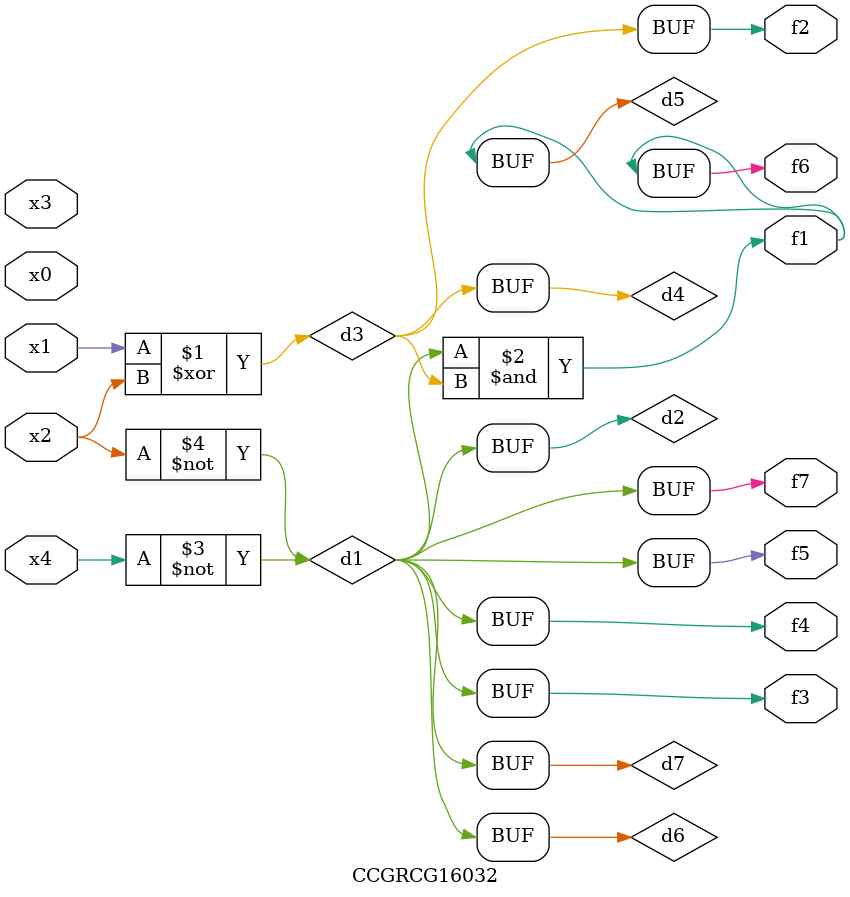
<source format=v>
module CCGRCG16032(
	input x0, x1, x2, x3, x4,
	output f1, f2, f3, f4, f5, f6, f7
);

	wire d1, d2, d3, d4, d5, d6, d7;

	not (d1, x4);
	not (d2, x2);
	xor (d3, x1, x2);
	buf (d4, d3);
	and (d5, d1, d3);
	buf (d6, d1, d2);
	buf (d7, d2);
	assign f1 = d5;
	assign f2 = d4;
	assign f3 = d7;
	assign f4 = d7;
	assign f5 = d7;
	assign f6 = d5;
	assign f7 = d7;
endmodule

</source>
